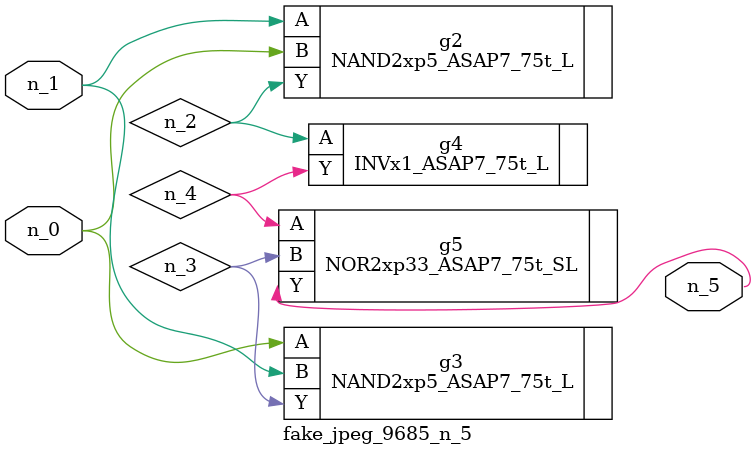
<source format=v>
module fake_jpeg_9685_n_5 (n_0, n_1, n_5);

input n_0;
input n_1;

output n_5;

wire n_3;
wire n_2;
wire n_4;

NAND2xp5_ASAP7_75t_L g2 ( 
.A(n_1),
.B(n_0),
.Y(n_2)
);

NAND2xp5_ASAP7_75t_L g3 ( 
.A(n_0),
.B(n_1),
.Y(n_3)
);

INVx1_ASAP7_75t_L g4 ( 
.A(n_2),
.Y(n_4)
);

NOR2xp33_ASAP7_75t_SL g5 ( 
.A(n_4),
.B(n_3),
.Y(n_5)
);


endmodule
</source>
